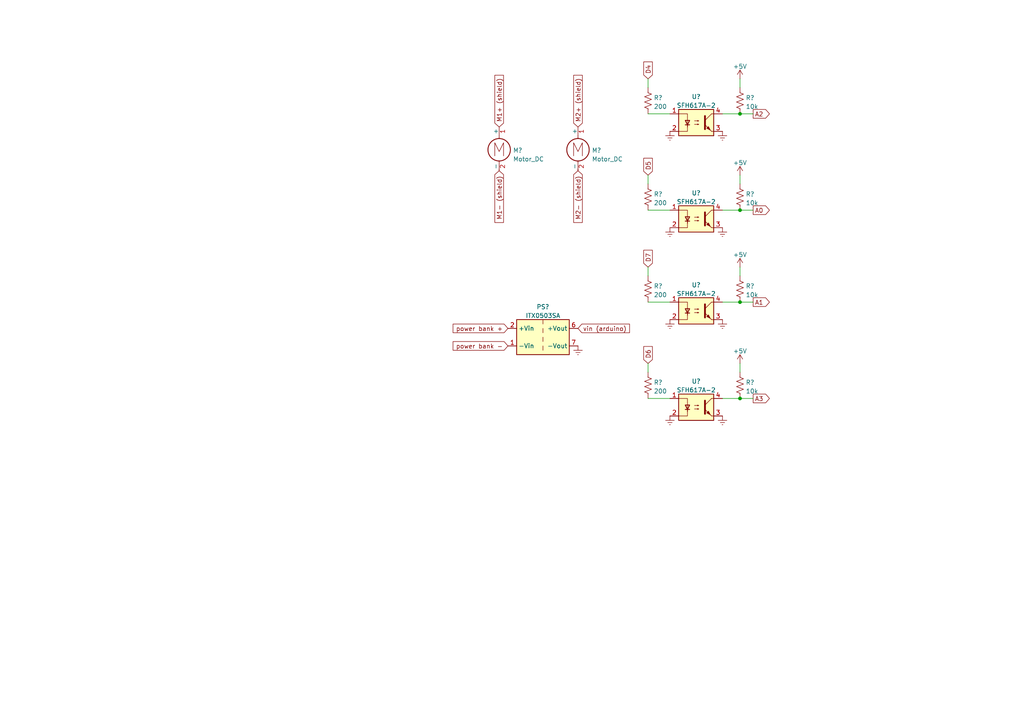
<source format=kicad_sch>
(kicad_sch (version 20211123) (generator eeschema)
  (paper "A4")
  (lib_symbols
    (symbol "Converter_DCDC:ITX0503SA"
      (property "Reference" "PS" (at -7.62 6.35 0))
      (property "Value" "ITX0503SA" (at 1.27 6.35 0))
      (symbol "ITX0503SA_0_0"
        (pin power_in line (at -10.16 -2.54 0) (length 2.54) (name "-Vin") (number "1"))
        (pin power_in line (at -10.16 2.54 0) (length 2.54) (name "+Vin") (number "2"))
        (pin power_out line (at 10.16 2.54 180) (length 2.54) (name "+Vout") (number "6"))
        (pin power_out line (at 10.16 -2.54 180) (length 2.54) (name "-Vout") (number "7"))
        (pin no_connect line (at 7.62 0 180) (length 2.54) hide (name "NC") (number "8"))
      )
      (symbol "ITX0503SA_0_1"
        (rectangle (start -7.62 5.08) (end 7.62 -5.08) (stroke (width 0.254)) (fill (type background)))
        (polyline (pts (xy 0 -2.54) (xy 0 -3.81)))
        (polyline (pts (xy 0 0) (xy 0 -1.27)))
        (polyline (pts (xy 0 2.54) (xy 0 1.27)))
        (polyline (pts (xy 0 5.08) (xy 0 3.81)))
      )
    )
    (symbol "Device:R_US" (pin_numbers hide) (pin_names (offset 0))
      (property "Reference" "R" (at 2.54 0 90))
      (property "Value" "R_US" (at -2.54 0 90))
      (symbol "R_US_0_1"
        (polyline (pts (xy 0 -2.286) (xy 0 -2.54)))
        (polyline (pts (xy 0 2.286) (xy 0 2.54)))
        (polyline (pts (xy 0 -0.762) (xy 1.016 -1.143) (xy 0 -1.524) (xy -1.016 -1.905) (xy 0 -2.286)))
        (polyline (pts (xy 0 0.762) (xy 1.016 0.381) (xy 0 0) (xy -1.016 -0.381) (xy 0 -0.762)))
        (polyline (pts (xy 0 2.286) (xy 1.016 1.905) (xy 0 1.524) (xy -1.016 1.143) (xy 0 0.762)))
      )
      (symbol "R_US_1_1"
        (pin passive line (at 0 3.81 270) (length 1.27) (name "~") (number "1"))
        (pin passive line (at 0 -3.81 90) (length 1.27) (name "~") (number "2"))
      )
    )
    (symbol "Isolator:SFH617A-2" (pin_names (offset 1.016))
      (property "Reference" "U" (at -5.08 5.08 0))
      (property "Value" "SFH617A-2" (at 0 5.08 0))
      (symbol "SFH617A-2_0_1"
        (rectangle (start -5.08 3.81) (end 5.08 -3.81) (stroke (width 0.254)) (fill (type background)))
        (polyline (pts (xy -3.175 -0.635) (xy -1.905 -0.635)) (stroke (width 0.254)))
        (polyline (pts (xy 2.54 0.635) (xy 4.445 2.54)))
        (polyline (pts (xy 4.445 -2.54) (xy 2.54 -0.635)) (fill (type outline)))
        (polyline (pts (xy 4.445 -2.54) (xy 5.08 -2.54)))
        (polyline (pts (xy 4.445 2.54) (xy 5.08 2.54)))
        (polyline (pts (xy -2.54 -0.635) (xy -2.54 -2.54) (xy -5.08 -2.54)))
        (polyline (pts (xy 2.54 1.905) (xy 2.54 -1.905) (xy 2.54 -1.905)) (stroke (width 0.508)))
        (polyline (pts (xy -5.08 2.54) (xy -2.54 2.54) (xy -2.54 -1.27) (xy -2.54 0.635)))
        (polyline (pts (xy -2.54 -0.635) (xy -3.175 0.635) (xy -1.905 0.635) (xy -2.54 -0.635)) (stroke (width 0.254)))
        (polyline (pts (xy -0.508 -0.508) (xy 0.762 -0.508) (xy 0.381 -0.635) (xy 0.381 -0.381) (xy 0.762 -0.508)))
        (polyline (pts (xy -0.508 0.508) (xy 0.762 0.508) (xy 0.381 0.381) (xy 0.381 0.635) (xy 0.762 0.508)))
        (polyline (pts (xy 3.048 -1.651) (xy 3.556 -1.143) (xy 4.064 -2.159) (xy 3.048 -1.651) (xy 3.048 -1.651)) (fill (type outline)))
      )
      (symbol "SFH617A-2_1_1"
        (pin passive line (at -7.62 2.54 0) (length 2.54) (name "~") (number "1"))
        (pin passive line (at -7.62 -2.54 0) (length 2.54) (name "~") (number "2"))
        (pin passive line (at 7.62 -2.54 180) (length 2.54) (name "~") (number "3"))
        (pin passive line (at 7.62 2.54 180) (length 2.54) (name "~") (number "4"))
      )
    )
    (symbol "Motor:Motor_DC" (pin_names (offset 0))
      (property "Reference" "M" (at 2.54 2.54 0))
      (property "Value" "Motor_DC" (at 2.54 -5.08 0))
      (symbol "Motor_DC_0_0"
        (polyline (pts (xy -1.27 -3.302) (xy -1.27 0.508) (xy 0 -2.032) (xy 1.27 0.508) (xy 1.27 -3.302)))
      )
      (symbol "Motor_DC_0_1"
        (circle (center 0 -1.524) (radius 3.2512) (stroke (width 0.254)))
        (polyline (pts (xy 0 -7.62) (xy 0 -7.112)))
        (polyline (pts (xy 0 -4.7752) (xy 0 -5.1816)))
        (polyline (pts (xy 0 1.7272) (xy 0 2.0828)))
        (polyline (pts (xy 0 2.032) (xy 0 2.54)))
      )
      (symbol "Motor_DC_1_1"
        (pin passive line (at 0 5.08 270) (length 2.54) (name "+") (number "1"))
        (pin passive line (at 0 -7.62 90) (length 2.54) (name "-") (number "2"))
      )
    )
    (symbol "power:+5V" (power) (pin_names (offset 0))
      (property "Value" "+5V" (at 0 3.556 0))
      (symbol "+5V_0_1"
        (polyline (pts (xy -0.762 1.27) (xy 0 2.54)))
        (polyline (pts (xy 0 0) (xy 0 2.54)))
        (polyline (pts (xy 0 2.54) (xy 0.762 1.27)))
      )
      (symbol "+5V_1_1"
        (pin power_in line (at 0 0 90) (length 0) hide (name "+5V") (number "1"))
      )
    )
    (symbol "power:Earth" (power) (pin_names (offset 0))
      (symbol "Earth_0_1"
        (polyline (pts (xy -0.635 -1.905) (xy 0.635 -1.905)))
        (polyline (pts (xy -0.127 -2.54) (xy 0.127 -2.54)))
        (polyline (pts (xy 0 -1.27) (xy 0 0)))
        (polyline (pts (xy 1.27 -1.27) (xy -1.27 -1.27)))
      )
      (symbol "Earth_1_1"
        (pin power_in line (at 0 0 270) (length 0) hide (name "Earth") (number "1"))
      )
    )
  )
  (junction (at 214.63 115.57))
  (junction (at 214.63 33.02))
  (junction (at 214.63 87.63))
  (junction (at 214.63 60.96))
  (wire (pts (xy 218.44 33.02) (xy 214.63 33.02)))
  (wire (pts (xy 187.96 33.02) (xy 194.31 33.02)))
  (wire (pts (xy 214.63 80.01) (xy 214.63 77.47)))
  (wire (pts (xy 209.55 115.57) (xy 214.63 115.57)))
  (wire (pts (xy 187.96 25.4) (xy 187.96 22.86)))
  (wire (pts (xy 187.96 60.96) (xy 194.31 60.96)))
  (wire (pts (xy 209.55 33.02) (xy 214.63 33.02)))
  (wire (pts (xy 214.63 107.95) (xy 214.63 105.41)))
  (wire (pts (xy 214.63 53.34) (xy 214.63 50.8)))
  (wire (pts (xy 187.96 87.63) (xy 194.31 87.63)))
  (wire (pts (xy 214.63 25.4) (xy 214.63 22.86)))
  (wire (pts (xy 187.96 80.01) (xy 187.96 77.47)))
  (wire (pts (xy 218.44 87.63) (xy 214.63 87.63)))
  (wire (pts (xy 209.55 60.96) (xy 214.63 60.96)))
  (wire (pts (xy 187.96 107.95) (xy 187.96 105.41)))
  (wire (pts (xy 218.44 115.57) (xy 214.63 115.57)))
  (wire (pts (xy 209.55 87.63) (xy 214.63 87.63)))
  (wire (pts (xy 187.96 115.57) (xy 194.31 115.57)))
  (wire (pts (xy 218.44 60.96) (xy 214.63 60.96)))
  (wire (pts (xy 187.96 53.34) (xy 187.96 50.8)))
  (global_label "D6" (shape input) (at 187.96 105.41 90) (property "Intersheet References" "${INTERSHEET_REFS}" (effects hide)))
  (global_label "A2" (shape output) (at 218.44 33.02 0) (property "Intersheet References" "${INTERSHEET_REFS}" (effects hide)))
  (global_label "D4" (shape input) (at 187.96 22.86 90) (property "Intersheet References" "${INTERSHEET_REFS}" (effects hide)))
  (global_label "power bank +" (shape input) (at 147.32 95.25 180) (property "Intersheet References" "${INTERSHEET_REFS}" (effects hide)))
  (global_label "M2+ (shield)" (shape input) (at 167.64 36.83 90) (property "Intersheet References" "${INTERSHEET_REFS}" (effects hide)))
  (global_label "power bank -" (shape input) (at 147.32 100.33 180) (property "Intersheet References" "${INTERSHEET_REFS}" (effects hide)))
  (global_label "A0" (shape output) (at 218.44 60.96 0) (property "Intersheet References" "${INTERSHEET_REFS}" (effects hide)))
  (global_label "A3" (shape output) (at 218.44 115.57 0) (property "Intersheet References" "${INTERSHEET_REFS}" (effects hide)))
  (global_label "D5" (shape input) (at 187.96 50.8 90) (property "Intersheet References" "${INTERSHEET_REFS}" (effects hide)))
  (global_label "A1" (shape output) (at 218.44 87.63 0) (property "Intersheet References" "${INTERSHEET_REFS}" (effects hide)))
  (global_label "vin (arduino)" (shape input) (at 167.64 95.25 0) (property "Intersheet References" "${INTERSHEET_REFS}" (effects hide)))
  (global_label "M1+ (shield)" (shape input) (at 144.78 36.83 90) (property "Intersheet References" "${INTERSHEET_REFS}" (effects hide)))
  (global_label "M2- (shield)" (shape input) (at 167.64 49.53 270) (property "Intersheet References" "${INTERSHEET_REFS}" (effects hide)))
  (global_label "D7" (shape input) (at 187.96 77.47 90) (property "Intersheet References" "${INTERSHEET_REFS}" (effects hide)))
  (global_label "M1- (shield)" (shape input) (at 144.78 49.53 270) (property "Intersheet References" "${INTERSHEET_REFS}" (effects hide)))
  (symbol (lib_id "Isolator:SFH617A-2") (at 201.93 118.11 0) (unit 1)
    (property "Reference" "U?" (at 201.93 110.6002 0))
    (property "Value" "SFH617A-2" (at 201.93 113.1371 0))
    (property "Footprint" "Package_DIP:DIP-4_W7.62mm" (effects hide))
    (property "Datasheet" "http://www.vishay.com/docs/83740/sfh617a.pdf" (effects hide))
  )
  (symbol (lib_id "Device:R_US") (at 187.96 29.21 0) (unit 1)
    (property "Reference" "R?" (at 189.611 28.3753 0) (effects (justify left)))
    (property "Value" "200" (at 189.611 30.9122 0) (effects (justify left)))
  )
  (symbol (lib_id "Isolator:SFH617A-2") (at 201.93 90.17 0) (unit 1)
    (property "Reference" "U?" (at 201.93 82.6602 0))
    (property "Value" "SFH617A-2" (at 201.93 85.1971 0))
    (property "Footprint" "Package_DIP:DIP-4_W7.62mm" (effects hide))
    (property "Datasheet" "http://www.vishay.com/docs/83740/sfh617a.pdf" (effects hide))
  )
  (symbol (lib_id "power:+5V") (at 214.63 105.41 0) (unit 1)
    (property "Reference" "#PWR?" (effects hide))
    (property "Value" "+5V" (at 214.63 101.8342 0))
  )
  (symbol (lib_id "power:+5V") (at 214.63 50.8 0) (unit 1)
    (property "Reference" "#PWR?" (effects hide))
    (property "Value" "+5V" (at 214.63 47.2242 0))
  )
  (symbol (lib_id "Device:R_US") (at 187.96 83.82 0) (unit 1)
    (property "Reference" "R?" (at 189.611 82.9853 0) (effects (justify left)))
    (property "Value" "200" (at 189.611 85.5222 0) (effects (justify left)))
  )
  (symbol (lib_id "power:Earth") (at 209.55 120.65 0) (unit 1)
    (property "Reference" "#PWR?" (effects hide))
    (property "Value" "Earth" (effects hide))
  )
  (symbol (lib_id "power:Earth") (at 194.31 120.65 0) (unit 1)
    (property "Reference" "#PWR?" (effects hide))
    (property "Value" "Earth" (effects hide))
  )
  (symbol (lib_id "power:Earth") (at 167.64 100.33 0) (unit 1)
    (property "Reference" "#PWR?" (effects hide))
    (property "Value" "Earth" (effects hide))
  )
  (symbol (lib_id "Motor:Motor_DC") (at 144.78 41.91 0) (unit 1)
    (property "Reference" "M?" (at 148.7932 43.6153 0) (effects (justify left)))
    (property "Value" "Motor_DC" (at 148.7932 46.1522 0) (effects (justify left)))
  )
  (symbol (lib_id "Device:R_US") (at 214.63 29.21 0) (unit 1)
    (property "Reference" "R?" (at 216.281 28.3753 0) (effects (justify left)))
    (property "Value" "10k" (at 216.281 30.9122 0) (effects (justify left)))
  )
  (symbol (lib_id "Converter_DCDC:ITX0503SA") (at 157.48 97.79 0) (unit 1)
    (property "Reference" "PS?" (at 157.48 89.0102 0))
    (property "Value" "ITX0503SA" (at 157.48 91.5471 0))
    (property "Footprint" "Converter_DCDC:Converter_DCDC_XP_POWER-ITXxxxxSA_THT" (effects hide))
    (property "Datasheet" "https://www.xppower.com/pdfs/SF_ITX.pdf" (effects hide))
  )
  (symbol (lib_id "Isolator:SFH617A-2") (at 201.93 35.56 0) (unit 1)
    (property "Reference" "U?" (at 201.93 28.0502 0))
    (property "Value" "SFH617A-2" (at 201.93 30.5871 0))
    (property "Footprint" "Package_DIP:DIP-4_W7.62mm" (effects hide))
    (property "Datasheet" "http://www.vishay.com/docs/83740/sfh617a.pdf" (effects hide))
  )
  (symbol (lib_id "power:Earth") (at 194.31 92.71 0) (unit 1)
    (property "Reference" "#PWR?" (effects hide))
    (property "Value" "Earth" (effects hide))
  )
  (symbol (lib_id "Motor:Motor_DC") (at 167.64 41.91 0) (unit 1)
    (property "Reference" "M?" (at 171.6532 43.6153 0) (effects (justify left)))
    (property "Value" "Motor_DC" (at 171.6532 46.1522 0) (effects (justify left)))
  )
  (symbol (lib_id "power:Earth") (at 209.55 66.04 0) (unit 1)
    (property "Reference" "#PWR?" (effects hide))
    (property "Value" "Earth" (effects hide))
  )
  (symbol (lib_id "power:Earth") (at 209.55 92.71 0) (unit 1)
    (property "Reference" "#PWR?" (effects hide))
    (property "Value" "Earth" (effects hide))
  )
  (symbol (lib_id "Device:R_US") (at 214.63 57.15 0) (unit 1)
    (property "Reference" "R?" (at 216.281 56.3153 0) (effects (justify left)))
    (property "Value" "10k" (at 216.281 58.8522 0) (effects (justify left)))
  )
  (symbol (lib_id "Device:R_US") (at 214.63 111.76 0) (unit 1)
    (property "Reference" "R?" (at 216.281 110.9253 0) (effects (justify left)))
    (property "Value" "10k" (at 216.281 113.4622 0) (effects (justify left)))
  )
  (symbol (lib_id "Isolator:SFH617A-2") (at 201.93 63.5 0) (unit 1)
    (property "Reference" "U?" (at 201.93 55.9902 0))
    (property "Value" "SFH617A-2" (at 201.93 58.5271 0))
    (property "Footprint" "Package_DIP:DIP-4_W7.62mm" (effects hide))
    (property "Datasheet" "http://www.vishay.com/docs/83740/sfh617a.pdf" (effects hide))
  )
  (symbol (lib_id "power:+5V") (at 214.63 77.47 0) (unit 1)
    (property "Reference" "#PWR?" (effects hide))
    (property "Value" "+5V" (at 214.63 73.8942 0))
  )
  (symbol (lib_id "Device:R_US") (at 187.96 57.15 0) (unit 1)
    (property "Reference" "R?" (at 189.611 56.3153 0) (effects (justify left)))
    (property "Value" "200" (at 189.611 58.8522 0) (effects (justify left)))
  )
  (symbol (lib_id "power:+5V") (at 214.63 22.86 0) (unit 1)
    (property "Reference" "#PWR?" (effects hide))
    (property "Value" "+5V" (at 214.63 19.2842 0))
  )
  (symbol (lib_id "Device:R_US") (at 187.96 111.76 0) (unit 1)
    (property "Reference" "R?" (at 189.611 110.9253 0) (effects (justify left)))
    (property "Value" "200" (at 189.611 113.4622 0) (effects (justify left)))
  )
  (symbol (lib_id "power:Earth") (at 194.31 66.04 0) (unit 1)
    (property "Reference" "#PWR?" (effects hide))
    (property "Value" "Earth" (effects hide))
  )
  (symbol (lib_id "Device:R_US") (at 214.63 83.82 0) (unit 1)
    (property "Reference" "R?" (at 216.281 82.9853 0) (effects (justify left)))
    (property "Value" "10k" (at 216.281 85.5222 0) (effects (justify left)))
  )
  (symbol (lib_id "power:Earth") (at 194.31 38.1 0) (unit 1)
    (property "Reference" "#PWR?" (effects hide))
    (property "Value" "Earth" (effects hide))
  )
  (symbol (lib_id "power:Earth") (at 209.55 38.1 0) (unit 1)
    (property "Reference" "#PWR?" (effects hide))
    (property "Value" "Earth" (effects hide))
  )
)
</source>
